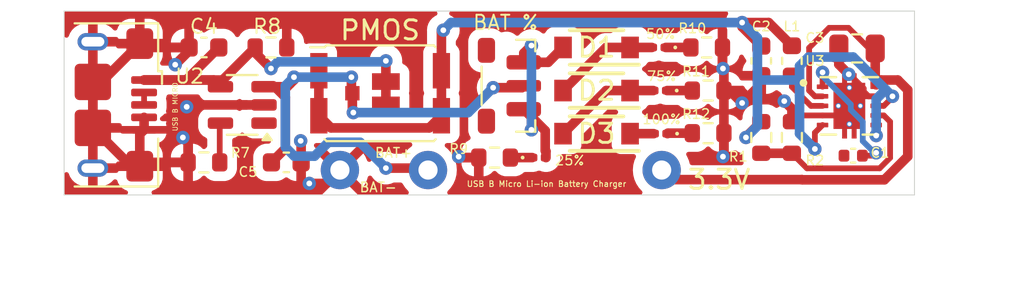
<source format=kicad_pcb>
(kicad_pcb (version 20240108) (generator "pcbnew") (generator_version "8.0")
  (layers (0 "F.Cu" signal) (31 "B.Cu" power) (34 "B.Paste" user) (35 "F.Paste" user) (36 "B.SilkS" user "B.Silkscreen") (37 "F.SilkS" user "F.Silkscreen") (38 "B.Mask" user) (39 "F.Mask" user) (44 "Edge.Cuts" user))
  (net 0 "")
  (net 1 "Net-(U3-VAUX)")
  (net 2 "Net-(Q1-D)")
  (net 3 "3.3V_OUT")
  (net 4 "Net-(J1-VBUS)")
  (net 5 "Net-(Q1-S)")
  (net 6 "Net-(D5-K)")
  (net 7 "Net-(D6-K)")
  (net 8 "Net-(D7-K)")
  (net 9 "Net-(D8-K)")
  (net 10 "Net-(J1-D+)")
  (net 11 "Net-(U3-L)")
  (net 12 "Net-(U3-UVLO)")
  (net 13 "GND")
  (net 14 "Net-(U2-PROG)")
  (net 16 "Net-(D1-K)")
  (net 17 "Net-(D1-A)")
  (net 18 "Net-(D2-K)")
  (net 19 "Net-(D3-K)")
  (footprint "Library:SODFL3818X130N" (layer "F.Cu") (at 136 82.5 180)
    (property "Reference" "D1" (at 0 0 360) (layer "F.SilkS"))
    (property "Value" "1N4007")
    (fp_line (start -1.4 0.9) (end 1.4 0.9) (stroke (width 0.2)) (layer "F.SilkS"))
    (fp_line (start -2.21 -0.9) (end 1.4 -0.9) (stroke (width 0.2)) (layer "F.SilkS"))
    (pad "1" smd rect (at -1.75 0 180) (size 0.92 1.13) (layers "F.Cu" "F.Paste" "F.Mask") (net 16 "Net-(D1-K)"))
    (pad "2" smd rect (at 1.75 0 180) (size 0.92 1.13) (layers "F.Cu" "F.Paste" "F.Mask") (net 17 "Net-(D1-A)"))
  )
  (footprint "Inductor_SMD:L_0603_1608Metric" (layer "F.Cu") (at 146.2 83.2 -90)
    (property "Reference" "L1" (at -1.8 0 180) (layer "F.SilkS") (effects (font (size 0.5 0.5) (thickness 0.075))))
    (property "Value" "2.2uH")
    (fp_line (start -0.162779 0.51) (end 0.162779 0.51) (stroke (width 0.12)) (layer "F.SilkS"))
    (fp_line (start -0.162779 -0.51) (end 0.162779 -0.51) (stroke (width 0.12)) (layer "F.SilkS"))
    (pad "1" smd roundrect (at -0.7875 0 270) (size 0.875 0.95) (layers "F.Cu" "F.Paste" "F.Mask") (net 2 "Net-(Q1-D)"))
    (pad "2" smd roundrect (at 0.7875 0 270) (size 0.875 0.95) (layers "F.Cu" "F.Paste" "F.Mask") (net 11 "Net-(U3-L)"))
  )
  (footprint "Library:TPS61201DRC" (layer "F.Cu") (at 149.2 85.55)
    (property "Reference" "U3" (at -1.8 -2.35 0) (layer "F.SilkS") (effects (font (size 0.5 0.5) (thickness 0.075))))
    (property "Value" "TPS61201DRC")
    (fp_line (start -1.5 -1.5) (end -0.695 -1.5) (stroke (width 0.127)) (layer "F.SilkS"))
    (fp_line (start -1.5 1.5) (end -0.695 1.5) (stroke (width 0.127)) (layer "F.SilkS"))
    (fp_line (start 0.695 -1.5) (end 1.5 -1.5) (stroke (width 0.127)) (layer "F.SilkS"))
    (fp_line (start 0.695 1.5) (end 1.5 1.5) (stroke (width 0.127)) (layer "F.SilkS"))
    (fp_circle (center -2.395 -1.2) (end -2.295 -1.2) (stroke (width 0.2)) (fill none) (layer "F.SilkS"))
    (pad "1" smd roundrect (at -1.4 -1) (size 0.6 0.24) (layers "F.Cu" "F.Paste") (roundrect_rratio 0.125) (net 1 "Net-(U3-VAUX)"))
    (pad "2" smd roundrect (at -1.4 -0.5) (size 0.6 0.24) (layers "F.Cu" "F.Paste") (roundrect_rratio 0.125) (net 3 "3.3V_OUT"))
    (pad "3" smd roundrect (at -1.4 0) (size 0.6 0.24) (layers "F.Cu" "F.Paste") (roundrect_rratio 0.125) (net 11 "Net-(U3-L)"))
    (pad "4" smd roundrect (at -1.4 0.5) (size 0.6 0.24) (layers "F.Cu" "F.Paste") (roundrect_rratio 0.125) (net 13 "GND"))
    (pad "5" smd roundrect (at -1.4 1) (size 0.6 0.24) (layers "F.Cu" "F.Paste") (roundrect_rratio 0.125) (net 2 "Net-(Q1-D)"))
    (pad "6" smd roundrect (at 1.4 1) (size 0.6 0.24) (layers "F.Cu" "F.Paste") (roundrect_rratio 0.125) (net 2 "Net-(Q1-D)"))
    (pad "7" smd roundrect (at 1.4 0.5) (size 0.6 0.24) (layers "F.Cu" "F.Paste") (roundrect_rratio 0.125) (net 12 "Net-(U3-UVLO)"))
    (pad "8" smd roundrect (at 1.4 0) (size 0.6 0.24) (layers "F.Cu" "F.Paste") (roundrect_rratio 0.125) (net 2 "Net-(Q1-D)"))
    (pad "9" smd roundrect (at 1.4 -0.5) (size 0.6 0.24) (layers "F.Cu" "F.Paste") (roundrect_rratio 0.125) (net 13 "GND"))
    (pad "10" smd roundrect (at 1.4 -1) (size 0.6 0.24) (layers "F.Cu" "F.Paste") (roundrect_rratio 0.125) (net 3 "3.3V_OUT"))
    (pad "11" smd custom (at 0 0) (size 1.65 2.4) (layers "F.Cu") (net 13 "GND") (options (clearance outline) (anchor rect)) (primitives (gr_poly (pts (xy -0.825 -1.2) (xy -0.375 -1.2) (xy -0.375 -1.7) (xy -0.125 -1.7) (xy -0.125 -1.2) (xy 0.125 -1.2) (xy 0.125 -1.7) (xy 0.375 -1.7) (xy 0.375 -1.2) (xy 0.825 -1.2) (xy 0.825 1.2) (xy 0.375 1.2) (xy 0.375 1.7) (xy 0.125 1.7) (xy 0.125 1.2) (xy -0.125 1.2) (xy -0.125 1.7) (xy -0.375 1.7) (xy -0.375 1.2) (xy -0.825 1.2)) (width 0.01) (fill yes))))
    (pad "12" thru_hole circle (at 0 0.95) (size 0.3 0.3) (drill 0.2) (layers "*.Cu"))
    (pad "13" thru_hole circle (at -0.575 0) (size 0.3 0.3) (drill 0.2) (layers "*.Cu"))
    (pad "14" thru_hole circle (at 0.575 0) (size 0.3 0.3) (drill 0.2) (layers "*.Cu"))
    (pad "15" thru_hole circle (at 0 -0.95) (size 0.3 0.3) (drill 0.2) (layers "*.Cu"))
  )
  (footprint "Resistor_SMD:R_0603_1608Metric" (layer "F.Cu") (at 115.5 88.5 180)
    (property "Reference" "R7" (at -1.9 0.5 0) (layer "F.SilkS") (effects (font (size 0.5 0.5) (thickness 0.075))))
    (property "Value" "10k")
    (fp_line (start -0.237258 0.5225) (end 0.237258 0.5225) (stroke (width 0.12)) (layer "F.SilkS"))
    (fp_line (start -0.237258 -0.5225) (end 0.237258 -0.5225) (stroke (width 0.12)) (layer "F.SilkS"))
    (pad "1" smd roundrect (at -0.825 0 180) (size 0.8 0.95) (layers "F.Cu" "F.Paste" "F.Mask") (net 14 "Net-(U2-PROG)"))
    (pad "2" smd roundrect (at 0.825 0 180) (size 0.8 0.95) (layers "F.Cu" "F.Paste" "F.Mask") (net 13 "GND"))
  )
  (footprint "Resistor_SMD:R_0603_1608Metric" (layer "F.Cu") (at 144.6 87.2 -90)
    (property "Reference" "R1" (at 1 1.2 180) (layer "F.SilkS") (effects (font (size 0.5 0.5) (thickness 0.075))))
    (property "Value" "2M")
    (fp_line (start -0.237258 0.5225) (end 0.237258 0.5225) (stroke (width 0.12)) (layer "F.SilkS"))
    (fp_line (start -0.237258 -0.5225) (end 0.237258 -0.5225) (stroke (width 0.12)) (layer "F.SilkS"))
    (pad "1" smd roundrect (at -0.825 0 270) (size 0.8 0.95) (layers "F.Cu" "F.Paste" "F.Mask") (net 2 "Net-(Q1-D)"))
    (pad "2" smd roundrect (at 0.825 0 270) (size 0.8 0.95) (layers "F.Cu" "F.Paste" "F.Mask") (net 12 "Net-(U3-UVLO)"))
  )
  (footprint "Resistor_SMD:R_0603_1608Metric" (layer "F.Cu") (at 141.825 84.75)
    (property "Reference" "R11" (at -0.625 -1 0) (layer "F.SilkS") (effects (font (size 0.5 0.5) (thickness 0.075))))
    (property "Value" "100")
    (fp_line (start -0.237258 -0.5225) (end 0.237258 -0.5225) (stroke (width 0.12)) (layer "F.SilkS"))
    (fp_line (start -0.237258 0.5225) (end 0.237258 0.5225) (stroke (width 0.12)) (layer "F.SilkS"))
    (pad "1" smd roundrect (at -0.825 0) (size 0.8 0.95) (layers "F.Cu" "F.Paste" "F.Mask") (net 8 "Net-(D7-K)"))
    (pad "2" smd roundrect (at 0.825 0) (size 0.8 0.95) (layers "F.Cu" "F.Paste" "F.Mask") (net 13 "GND"))
  )
  (footprint "Capacitor_SMD:C_0603_1608Metric" (layer "F.Cu") (at 144.6 83.2 -90)
    (property "Reference" "C2" (at -1.8 0 180) (layer "F.SilkS") (effects (font (size 0.5 0.5) (thickness 0.075))))
    (property "Value" "4.7uF")
    (fp_line (start -0.14058 0.51) (end 0.14058 0.51) (stroke (width 0.12)) (layer "F.SilkS"))
    (fp_line (start -0.14058 -0.51) (end 0.14058 -0.51) (stroke (width 0.12)) (layer "F.SilkS"))
    (pad "1" smd roundrect (at -0.775 0 270) (size 0.9 0.95) (layers "F.Cu" "F.Paste" "F.Mask") (net 2 "Net-(Q1-D)"))
    (pad "2" smd roundrect (at 0.775 0 270) (size 0.9 0.95) (layers "F.Cu" "F.Paste" "F.Mask") (net 13 "GND"))
  )
  (footprint "Capacitor_SMD:C_0603_1608Metric" (layer "F.Cu") (at 119.8 88.5)
    (property "Reference" "C5" (at -2 0.5 180) (layer "F.SilkS") (effects (font (size 0.5 0.5) (thickness 0.075))))
    (property "Value" "4.7uF")
    (fp_line (start -0.14058 -0.51) (end 0.14058 -0.51) (stroke (width 0.12)) (layer "F.SilkS"))
    (fp_line (start -0.14058 0.51) (end 0.14058 0.51) (stroke (width 0.12)) (layer "F.SilkS"))
    (pad "1" smd roundrect (at -0.775 0) (size 0.9 0.95) (layers "F.Cu" "F.Paste" "F.Mask") (net 5 "Net-(Q1-S)"))
    (pad "2" smd roundrect (at 0.775 0) (size 0.9 0.95) (layers "F.Cu" "F.Paste" "F.Mask") (net 13 "GND"))
  )
  (footprint "Library:NPTH 1mm" (layer "F.Cu") (at 139.4 92.4)
    (property "Reference" "3.3V" (at 3 -3 0) (layer "F.SilkS"))
    (property "Value" "NPTH 1mm")
    (pad "" thru_hole circle (at 0 -3.5) (size 2 2) (drill 1) (layers "*.Cu" "*.Mask") (net 3 "3.3V_OUT"))
  )
  (footprint "Resistor_SMD:R_0603_1608Metric" (layer "F.Cu") (at 141.825 86.975)
    (property "Reference" "R12" (at -0.625 -1 0) (layer "F.SilkS") (effects (font (size 0.5 0.5) (thickness 0.075))))
    (property "Value" "100")
    (fp_line (start -0.237258 -0.5225) (end 0.237258 -0.5225) (stroke (width 0.12)) (layer "F.SilkS"))
    (fp_line (start -0.237258 0.5225) (end 0.237258 0.5225) (stroke (width 0.12)) (layer "F.SilkS"))
    (pad "1" smd roundrect (at -0.825 0) (size 0.8 0.95) (layers "F.Cu" "F.Paste" "F.Mask") (net 9 "Net-(D8-K)"))
    (pad "2" smd roundrect (at 0.825 0) (size 0.8 0.95) (layers "F.Cu" "F.Paste" "F.Mask") (net 13 "GND"))
  )
  (footprint "Resistor_SMD:R_0603_1608Metric" (layer "F.Cu") (at 130.675 88.25 180)
    (property "Reference" "R9" (at 1.875 0.45 0) (layer "F.SilkS") (effects (font (size 0.5 0.5) (thickness 0.075))))
    (property "Value" "100")
    (fp_line (start -0.237258 0.5225) (end 0.237258 0.5225) (stroke (width 0.12)) (layer "F.SilkS"))
    (fp_line (start -0.237258 -0.5225) (end 0.237258 -0.5225) (stroke (width 0.12)) (layer "F.SilkS"))
    (pad "1" smd roundrect (at -0.825 0 180) (size 0.8 0.95) (layers "F.Cu" "F.Paste" "F.Mask") (net 6 "Net-(D5-K)"))
    (pad "2" smd roundrect (at 0.825 0 180) (size 0.8 0.95) (layers "F.Cu" "F.Paste" "F.Mask") (net 13 "GND"))
  )
  (footprint "Library:NPTH 1mm" (layer "F.Cu") (at 127.2 92.4)
    (property "Reference" "BAT+" (at -1.8 -4.4 0) (layer "F.SilkS") (effects (font (size 0.5 0.5) (thickness 0.075))))
    (property "Value" "NPTH 1mm")
    (pad "" thru_hole circle (at 0 -3.5) (size 2 2) (drill 1) (layers "*.Cu" "*.Mask") (net 5 "Net-(Q1-S)"))
  )
  (footprint "Library:SODFL3818X130N" (layer "F.Cu") (at 136 87 180)
    (property "Reference" "D3" (at 0 0 360) (layer "F.SilkS"))
    (property "Value" "1N4007")
    (fp_line (start -1.4 0.9) (end 1.4 0.9) (stroke (width 0.2)) (layer "F.SilkS"))
    (fp_line (start -2.21 -0.9) (end 1.4 -0.9) (stroke (width 0.2)) (layer "F.SilkS"))
    (pad "1" smd rect (at -1.75 0 180) (size 0.92 1.13) (layers "F.Cu" "F.Paste" "F.Mask") (net 19 "Net-(D3-K)"))
    (pad "2" smd rect (at 1.75 0 180) (size 0.92 1.13) (layers "F.Cu" "F.Paste" "F.Mask") (net 18 "Net-(D2-K)"))
  )
  (footprint "Capacitor_SMD:C_0603_1608Metric" (layer "F.Cu") (at 115.5 82.5 180)
    (property "Reference" "C4" (at 0 1.1 180) (layer "F.SilkS") (effects (font (size 0.75 0.75) (thickness 0.1))))
    (property "Value" "4.7uF")
    (fp_line (start -0.14058 0.51) (end 0.14058 0.51) (stroke (width 0.12)) (layer "F.SilkS"))
    (fp_line (start -0.14058 -0.51) (end 0.14058 -0.51) (stroke (width 0.12)) (layer "F.SilkS"))
    (pad "1" smd roundrect (at -0.775 0 180) (size 0.9 0.95) (layers "F.Cu" "F.Paste" "F.Mask") (net 4 "Net-(J1-VBUS)"))
    (pad "2" smd roundrect (at 0.775 0 180) (size 0.9 0.95) (layers "F.Cu" "F.Paste" "F.Mask") (net 13 "GND"))
  )
  (footprint "LED_SMD:LED_0201_0603Metric" (layer "F.Cu") (at 139.345 87 180)
    (property "Reference" "100%" (at -0.055 0.75 0) (layer "F.SilkS") (effects (font (size 0.5 0.5) (thickness 0.07))))
    (property "Value" "GREEN")
    (fp_circle (center -0.86 0) (end -0.81 0) (stroke (width 0.1)) (fill none) (layer "F.SilkS"))
    (pad "1" smd roundrect (at -0.32 0 180) (size 0.46 0.4) (layers "F.Cu" "F.Mask") (net 9 "Net-(D8-K)"))
    (pad "2" smd roundrect (at 0.32 0 180) (size 0.46 0.4) (layers "F.Cu" "F.Mask") (net 19 "Net-(D3-K)"))
  )
  (footprint "Library:SODFL3818X130N" (layer "F.Cu") (at 136 84.75 180)
    (property "Reference" "D2" (at 0 0 360) (layer "F.SilkS"))
    (property "Value" "1N4007")
    (fp_line (start -1.4 0.9) (end 1.4 0.9) (stroke (width 0.2)) (layer "F.SilkS"))
    (fp_line (start -2.21 -0.9) (end 1.4 -0.9) (stroke (width 0.2)) (layer "F.SilkS"))
    (pad "1" smd rect (at -1.75 0 180) (size 0.92 1.13) (layers "F.Cu" "F.Paste" "F.Mask") (net 18 "Net-(D2-K)"))
    (pad "2" smd rect (at 1.75 0 180) (size 0.92 1.13) (layers "F.Cu" "F.Paste" "F.Mask") (net 16 "Net-(D1-K)"))
  )
  (footprint "Button_Switch_SMD:SW_Push_1P1T-MP_NO_Horizontal_Alps_SKRTLAE010" (layer "F.Cu") (at 131.3 84.5 -90)
    (property "Reference" "BAT %" (at -3.3 0.05 0) (layer "F.SilkS") (effects (font (size 0.75 0.75) (thickness 0.1))))
    (property "Value" "SW_Push")
    (fp_line (start -1 1.3) (end 1 1.3) (stroke (width 0.12)) (layer "F.SilkS"))
    (fp_line (start -2.4 -1.5) (end -2.4 -0.5) (stroke (width 0.12)) (layer "F.SilkS"))
    (fp_line (start -1.8 -1.5) (end -2.4 -1.5) (stroke (width 0.12)) (layer "F.SilkS"))
    (fp_line (start 1.8 -1.5) (end 2.4 -1.5) (stroke (width 0.12)) (layer "F.SilkS"))
    (fp_line (start 2.4 -1.5) (end 2.4 -0.5) (stroke (width 0.12)) (layer "F.SilkS"))
    (pad "" np_thru_hole circle (at -2.125 0 270) (size 0.9 0.9) (drill 0.9) (layers "*.Cu" "*.Mask"))
    (pad "" np_thru_hole circle (at 2.125 0 270) (size 0.9 0.9) (drill 0.9) (layers "*.Cu" "*.Mask"))
    (pad "1" smd roundrect (at -1.225 -0.9 270) (size 0.75 1.8) (layers "F.Cu" "F.Paste" "F.Mask") (net 17 "Net-(D1-A)"))
    (pad "1" smd roundrect (at 1.225 -0.9 270) (size 0.75 1.8) (layers "F.Cu" "F.Paste" "F.Mask") (net 17 "Net-(D1-A)"))
    (pad "2" smd roundrect (at 0 -0.9 270) (size 0.6 1.8) (layers "F.Cu" "F.Paste" "F.Mask") (net 5 "Net-(Q1-S)"))
    (pad "MP" smd roundrect (at -1.85 1.05 270) (size 1.3 0.9) (layers "F.Cu" "F.Paste" "F.Mask"))
    (pad "MP" smd roundrect (at 1.85 1.05 270) (size 1.3 0.9) (layers "F.Cu" "F.Paste" "F.Mask"))
  )
  (footprint "Capacitor_SMD:C_0805_2012Metric" (layer "F.Cu") (at 149.6 82.55 180)
    (property "Reference" "C3" (at 2.2 0.55 180) (layer "F.SilkS") (effects (font (size 0.5 0.5) (thickness 0.075))))
    (property "Value" "22uF")
    (fp_line (start -0.261252 0.735) (end 0.261252 0.735) (stroke (width 0.12)) (layer "F.SilkS"))
    (fp_line (start -0.261252 -0.735) (end 0.261252 -0.735) (stroke (width 0.12)) (layer "F.SilkS"))
    (pad "1" smd roundrect (at -0.95 0 180) (size 1 1.45) (layers "F.Cu" "F.Paste" "F.Mask") (net 3 "3.3V_OUT"))
    (pad "2" smd roundrect (at 0.95 0 180) (size 1 1.45) (layers "F.Cu" "F.Paste" "F.Mask") (net 13 "GND"))
  )
  (footprint "Library:NPTH 1mm" (layer "F.Cu") (at 122.6 92.4)
    (property "Reference" "BAT-" (at 2 -2.6 0) (layer "F.SilkS") (effects (font (size 0.5 0.5) (thickness 0.075))))
    (property "Value" "NPTH 1mm")
    (pad "" thru_hole circle (at 0 -3.5) (size 2 2) (drill 1) (layers "*.Cu" "*.Mask") (net 13 "GND"))
  )
  (footprint "Resistor_SMD:R_0603_1608Metric" (layer "F.Cu") (at 146.2 87.2 90)
    (property "Reference" "R2" (at -1.2 1.2 0) (layer "F.SilkS") (effects (font (size 0.5 0.5) (thickness 0.075))))
    (property "Value" "180k")
    (fp_line (start -0.237258 -0.5225) (end 0.237258 -0.5225) (stroke (width 0.12)) (layer "F.SilkS"))
    (fp_line (start -0.237258 0.5225) (end 0.237258 0.5225) (stroke (width 0.12)) (layer "F.SilkS"))
    (pad "1" smd roundrect (at -0.825 0 90) (size 0.8 0.95) (layers "F.Cu" "F.Paste" "F.Mask") (net 12 "Net-(U3-UVLO)"))
    (pad "2" smd roundrect (at 0.825 0 90) (size 0.8 0.95) (layers "F.Cu" "F.Paste" "F.Mask") (net 13 "GND"))
  )
  (footprint "Package_DirectFET:DirectFET_MX" (layer "F.Cu") (at 124.7 84.89)
    (property "Reference" "PMOS" (at 0 -3.29 0) (layer "F.SilkS"))
    (property "Value" "Q_PMOS_DSG")
    (fp_line (start -3.65 -2.4) (end -2.9 -2.4) (stroke (width 0.12)) (layer "F.SilkS"))
    (fp_line (start -2.9 -2.4) (end -2.8 -2.5) (stroke (width 0.12)) (layer "F.SilkS"))
    (fp_line (start -2.8 -2.5) (end 2.8 -2.5) (stroke (width 0.12)) (layer "F.SilkS"))
    (fp_line (start -2.8 2.5) (end -2.9 2.4) (stroke (width 0.12)) (layer "F.SilkS"))
    (fp_line (start 2.8 -2.5) (end 2.9 -2.4) (stroke (width 0.12)) (layer "F.SilkS"))
    (fp_line (start 2.8 2.5) (end -2.8 2.5) (stroke (width 0.12)) (layer "F.SilkS"))
    (fp_line (start 2.9 2.4) (end 2.8 2.5) (stroke (width 0.12)) (layer "F.SilkS"))
    (pad "1" smd rect (at -3.2 -1.175) (size 0.9 1.85) (layers "F.Cu" "F.Paste" "F.Mask") (net 2 "Net-(Q1-D)"))
    (pad "1" smd rect (at -3.2 1.175) (size 0.9 1.85) (layers "F.Cu" "F.Paste" "F.Mask") (net 2 "Net-(Q1-D)"))
    (pad "1" smd rect (at 3.2 -1.175) (size 0.9 1.85) (layers "F.Cu" "F.Paste" "F.Mask") (net 2 "Net-(Q1-D)"))
    (pad "1" smd rect (at 3.2 1.175) (size 0.9 1.85) (layers "F.Cu" "F.Paste" "F.Mask") (net 2 "Net-(Q1-D)"))
    (pad "2" smd rect (at -1.45 0) (size 0.75 0.75) (layers "F.Cu" "F.Paste" "F.Mask") (net 5 "Net-(Q1-S)"))
    (pad "3" smd rect (at 0.3 -0.61) (size 1.45 0.87) (layers "F.Cu" "F.Paste" "F.Mask") (net 4 "Net-(J1-VBUS)"))
    (pad "3" smd rect (at 0.3 0.61) (size 1.45 0.87) (layers "F.Cu" "F.Paste" "F.Mask") (net 4 "Net-(J1-VBUS)"))
  )
  (footprint "LED_SMD:LED_0201_0603Metric" (layer "F.Cu") (at 139.25 82.5 180)
    (property "Reference" "50%" (at -0.1 0.7 0) (layer "F.SilkS") (effects (font (size 0.5 0.5) (thickness 0.07))))
    (property "Value" "ORANGE")
    (fp_circle (center -0.86 0) (end -0.81 0) (stroke (width 0.1)) (fill none) (layer "F.SilkS"))
    (pad "1" smd roundrect (at -0.32 0 180) (size 0.46 0.4) (layers "F.Cu" "F.Mask") (net 7 "Net-(D6-K)"))
    (pad "2" smd roundrect (at 0.32 0 180) (size 0.46 0.4) (layers "F.Cu" "F.Mask") (net 16 "Net-(D1-K)"))
  )
  (footprint "Resistor_SMD:R_0603_1608Metric" (layer "F.Cu") (at 119 82.5)
    (property "Reference" "R8" (at -0.2 -1.1 180) (layer "F.SilkS") (effects (font (size 0.75 0.75) (thickness 0.1))))
    (property "Value" "10k")
    (fp_line (start -0.237258 -0.5225) (end 0.237258 -0.5225) (stroke (width 0.12)) (layer "F.SilkS"))
    (fp_line (start -0.237258 0.5225) (end 0.237258 0.5225) (stroke (width 0.12)) (layer "F.SilkS"))
    (pad "1" smd roundrect (at -0.825 0) (size 0.8 0.95) (layers "F.Cu" "F.Paste" "F.Mask") (net 4 "Net-(J1-VBUS)"))
    (pad "2" smd roundrect (at 0.825 0) (size 0.8 0.95) (layers "F.Cu" "F.Paste" "F.Mask") (net 13 "GND"))
  )
  (footprint "LED_SMD:LED_0201_0603Metric" (layer "F.Cu") (at 133 88.25)
    (property "Reference" "25%" (at 1.6 0.15 0) (layer "F.SilkS") (effects (font (size 0.5 0.5) (thickness 0.07))))
    (property "Value" "RED")
    (fp_circle (center -0.86 0) (end -0.81 0) (stroke (width 0.1)) (fill none) (layer "F.SilkS"))
    (pad "1" smd roundrect (at -0.32 0) (size 0.46 0.4) (layers "F.Cu" "F.Mask") (net 6 "Net-(D5-K)"))
    (pad "2" smd roundrect (at 0.32 0) (size 0.46 0.4) (layers "F.Cu" "F.Mask") (net 17 "Net-(D1-A)"))
  )
  (footprint "Connector_USB:USB_Micro-B_Amphenol_10118193-0001LF_Horizontal" (layer "F.Cu") (at 109.7 85.5 -90)
    (property "Reference" "USB B MICRO" (at 0.1 -4.3 90) (layer "F.SilkS") (effects (font (size 0.25 0.25) (thickness 0.0375))))
    (property "Value" "USB_B_Micro")
    (fp_line (start -4.26 -3.41) (end -4.26 0.95) (stroke (width 0.12)) (layer "F.SilkS"))
    (fp_line (start -4.26 -3.41) (end -1.76 -3.41) (stroke (width 0.12)) (layer "F.SilkS"))
    (fp_line (start -1.76 -3.41) (end -1.76 -3.61) (stroke (width 0.12)) (layer "F.SilkS"))
    (fp_line (start 1.76 -3.41) (end 4.26 -3.41) (stroke (width 0.12)) (layer "F.SilkS"))
    (fp_line (start 4.26 -3.41) (end 4.26 0.95) (stroke (width 0.12)) (layer "F.SilkS"))
    (fp_line (start -1.1 -3.61) (end -1.76 -3.61) (stroke (width 0.12)) (layer "F.SilkS"))
    (pad "1" smd roundrect (at -1.3 -2.675 270) (size 0.4 1.35) (layers "F.Cu" "F.Paste" "F.Mask") (net 4 "Net-(J1-VBUS)"))
    (pad "2" smd roundrect (at -0.65 -2.675 270) (size 0.4 1.35) (layers "F.Cu" "F.Paste" "F.Mask") (net 10 "Net-(J1-D+)"))
    (pad "3" smd roundrect (at 0 -2.675 270) (size 0.4 1.35) (layers "F.Cu" "F.Paste" "F.Mask") (net 10 "Net-(J1-D+)"))
    (pad "4" smd roundrect (at 0.65 -2.675 270) (size 0.4 1.35) (layers "F.Cu" "F.Paste" "F.Mask") (net 13 "GND"))
    (pad "5" smd roundrect (at 1.3 -2.675 270) (size 0.4 1.35) (layers "F.Cu" "F.Paste" "F.Mask") (net 13 "GND"))
    (pad "6" thru_hole oval (at -3.3 0) (size 1.6 0.9) (drill oval 1.2 0.5) (layers "*.Cu" "*.Mask" "F.Paste") (net 13 "GND"))
    (pad "6" smd roundrect (at -3.2 -2.45 270) (size 1.6 1.4) (layers "F.Cu" "F.Paste" "F.Mask") (roundrect_rratio 0.1785714286) (net 13 "GND"))
    (pad "6" smd roundrect (at -1.2 0 270) (size 1.9 1.9) (layers "F.Cu" "F.Paste" "F.Mask") (roundrect_rratio 0.1315789474) (net 13 "GND"))
    (pad "6" smd roundrect (at 1.2 0 270) (size 1.9 1.9) (layers "F.Cu" "F.Paste" "F.Mask") (roundrect_rratio 0.1315789474) (net 13 "GND"))
    (pad "6" smd roundrect (at 3.2 -2.45 270) (size 1.6 1.4) (layers "F.Cu" "F.Paste" "F.Mask") (roundrect_rratio 0.1785714286) (net 13 "GND"))
    (pad "6" thru_hole oval (at 3.3 0) (size 1.6 0.9) (drill oval 1.2 0.5) (layers "*.Cu" "*.Mask" "F.Paste") (net 13 "GND"))
  )
  (footprint "Package_TO_SOT_SMD:SOT-23-5" (layer "F.Cu") (at 117.5 85.5 180)
    (property "Reference" "U2" (at 2.75 1.5 0) (layer "F.SilkS") (effects (font (size 0.75 0.75) (thickness 0.1))))
    (property "Value" "MCP73831-2-OT")
    (fp_line (start 0 1.56) (end 0.8 1.56) (stroke (width 0.12)) (layer "F.SilkS"))
    (fp_line (start 0 1.56) (end -0.8 1.56) (stroke (width 0.12)) (layer "F.SilkS"))
    (fp_line (start 0 -1.56) (end 0.8 -1.56) (stroke (width 0.12)) (layer "F.SilkS"))
    (fp_line (start 0 -1.56) (end -0.8 -1.56) (stroke (width 0.12)) (layer "F.SilkS"))
    (fp_poly (pts (xy -1.3 -1.51) (xy -1.54 -1.84) (xy -1.06 -1.84) (xy -1.3 -1.51)) (stroke (width 0.12)) (fill solid) (layer "F.SilkS"))
    (pad "1" smd roundrect (at -1.1375 -0.95 180) (size 1.325 0.6) (layers "F.Cu" "F.Paste" "F.Mask"))
    (pad "2" smd roundrect (at -1.1375 0 180) (size 1.325 0.6) (layers "F.Cu" "F.Paste" "F.Mask") (net 13 "GND"))
    (pad "3" smd roundrect (at -1.1375 0.95 180) (size 1.325 0.6) (layers "F.Cu" "F.Paste" "F.Mask") (net 5 "Net-(Q1-S)"))
    (pad "4" smd roundrect (at 1.1375 0.95 180) (size 1.325 0.6) (layers "F.Cu" "F.Paste" "F.Mask") (net 4 "Net-(J1-VBUS)"))
    (pad "5" smd roundrect (at 1.1375 -0.95 180) (size 1.325 0.6) (layers "F.Cu" "F.Paste" "F.Mask") (net 14 "Net-(U2-PROG)"))
  )
  (footprint "Resistor_SMD:R_0603_1608Metric" (layer "F.Cu") (at 141.75 82.5)
    (property "Reference" "R10" (at -0.75 -1 0) (layer "F.SilkS") (effects (font (size 0.5 0.5) (thickness 0.075))))
    (property "Value" "100")
    (fp_line (start -0.237258 -0.5225) (end 0.237258 -0.5225) (stroke (width 0.12)) (layer "F.SilkS"))
    (fp_line (start -0.237258 0.5225) (end 0.237258 0.5225) (stroke (width 0.12)) (layer "F.SilkS"))
    (pad "1" smd roundrect (at -0.825 0) (size 0.8 0.95) (layers "F.Cu" "F.Paste" "F.Mask") (net 7 "Net-(D6-K)"))
    (pad "2" smd roundrect (at 0.825 0) (size 0.8 0.95) (layers "F.Cu" "F.Paste" "F.Mask") (net 13 "GND"))
  )
  (footprint "Capacitor_SMD:C_0402_1005Metric" (layer "F.Cu") (at 149.4 88.15 180)
    (property "Reference" "C1" (at -1.4 0.15 0) (layer "F.SilkS") (effects (font (size 0.5 0.5) (thickness 0.075))))
    (property "Value" "1uF")
    (fp_line (start -0.107836 0.36) (end 0.107836 0.36) (stroke (width 0.12)) (layer "F.SilkS"))
    (fp_line (start -0.107836 -0.36) (end 0.107836 -0.36) (stroke (width 0.12)) (layer "F.SilkS"))
    (pad "1" smd roundrect (at -0.48 0 180) (size 0.56 0.62) (layers "F.Cu" "F.Paste" "F.Mask") (net 1 "Net-(U3-VAUX)"))
    (pad "2" smd roundrect (at 0.48 0 180) (size 0.56 0.62) (layers "F.Cu" "F.Paste" "F.Mask") (net 13 "GND"))
  )
  (footprint "LED_SMD:LED_0201_0603Metric" (layer "F.Cu") (at 139.325 84.75 180)
    (property "Reference" "75%" (at -0.075 0.75 0) (layer "F.SilkS") (effects (font (size 0.5 0.5) (thickness 0.07))))
    (property "Value" "YELLOW")
    (fp_circle (center -0.86 0) (end -0.81 0) (stroke (width 0.1)) (fill none) (layer "F.SilkS"))
    (pad "1" smd roundrect (at -0.32 0 180) (size 0.46 0.4) (layers "F.Cu" "F.Mask") (net 8 "Net-(D7-K)"))
    (pad "2" smd roundrect (at 0.32 0 180) (size 0.46 0.4) (layers "F.Cu" "F.Mask") (net 18 "Net-(D2-K)"))
  )
  (gr_line (start 152.6 80.6) (end 108.2 80.6) (stroke (width 0.05)) (layer "Edge.Cuts"))
  (gr_line (start 108.2 80.6) (end 108.2 90.2) (stroke (width 0.05)) (layer "Edge.Cuts"))
  (gr_line (start 108.2 90.2) (end 152.6 90.2) (stroke (width 0.05)) (layer "Edge.Cuts"))
  (gr_line (start 152.6 90.2) (end 152.6 80.6) (stroke (width 0.05)) (layer "Edge.Cuts"))
  (gr_text "USB B Micro Li-ion Battery Charger" (at 129.2 89.8 0) (layer "F.SilkS") (effects (font (size 0.3 0.3) (thickness 0.05) (bold yes)) (justify left bottom)))
  (segment (start 150.45 88.15) (end 150.6 88) (width 0.3) (layer "F.Cu") (net 1))
  (segment (start 149.88 88.15) (end 150.45 88.15) (width 0.3) (layer "F.Cu") (net 1))
  (segment (start 147.8 83.8) (end 147.8 84.55) (width 0.3) (layer "F.Cu") (net 1))
  (via (at 147.8 83.8) (size 0.7) (drill 0.3) (layers "F.Cu" "B.Cu") (net 1))
  (via (at 150.6 88) (size 0.7) (drill 0.3) (layers "F.Cu" "B.Cu") (net 1))
  (segment (start 149.275 85.475) (end 147.8 84) (width 0.3) (layer "B.Cu") (net 1))
  (segment (start 149.9 86.382107) (end 149.275 85.757107) (width 0.3) (layer "B.Cu") (net 1))
  (segment (start 149.275 85.757107) (end 149.275 85.475) (width 0.3) (layer "B.Cu") (net 1))
  (segment (start 150.6 88) (end 150.510053 88) (width 0.3) (layer "B.Cu") (net 1))
  (segment (start 150.510053 88) (end 149.9 87.389947) (width 0.3) (layer "B.Cu") (net 1))
  (segment (start 149.9 87.389947) (end 149.9 86.382107) (width 0.3) (layer "B.Cu") (net 1))
  (segment (start 147.8 84) (end 147.8 83.8) (width 0.3) (layer "B.Cu") (net 1))
  (segment (start 151.45 85.098232) (end 150.998232 85.55) (width 0.3) (layer "F.Cu") (net 2))
  (segment (start 143.6 81.2) (end 143.6 81.425) (width 0.5) (layer "F.Cu") (net 2))
  (segment (start 143.6 81.2) (end 144.9875 81.2) (width 0.5) (layer "F.Cu") (net 2))
  (segment (start 151.45 85.051348) (end 151.45 85.098232) (width 0.3) (layer "F.Cu") (net 2))
  (segment (start 150.998232 85.55) (end 150.6 85.55) (width 0.3) (layer "F.Cu") (net 2))
  (segment (start 127.9 86.065) (end 127.9 83.715) (width 0.5) (layer "F.Cu") (net 2))
  (segment (start 147.4 87.8) (end 147.4 86.95) (width 0.3) (layer "F.Cu") (net 2))
  (segment (start 143.8 87.2) (end 143.8 87.175) (width 0.5) (layer "F.Cu") (net 2))
  (segment (start 147.4 86.95) (end 147.8 86.55) (width 0.3) (layer "F.Cu") (net 2))
  (segment (start 121.5 86.065) (end 121.5 83.715) (width 0.5) (layer "F.Cu") (net 2))
  (segment (start 144.9875 81.2) (end 146.2 82.4125) (width 0.5) (layer "F.Cu") (net 2))
  (segment (start 143.6 81.425) (end 144.6 82.425) (width 0.5) (layer "F.Cu") (net 2))
  (segment (start 150.6 87.099997) (end 150.6 86.55) (width 0.3) (layer "F.Cu") (net 2))
  (segment (start 143.8 87.175) (end 144.6 86.375) (width 0.5) (layer "F.Cu") (net 2))
  (segment (start 122.135 86.7) (end 127.265 86.7) (width 0.5) (layer "F.Cu") (net 2))
  (segment (start 127.9 81.7) (end 128 81.6) (width 0.5) (layer "F.Cu") (net 2))
  (segment (start 127.9 83.715) (end 127.9 81.7) (width 0.5) (layer "F.Cu") (net 2))
  (segment (start 121.5 86.065) (end 122.135 86.7) (width 0.5) (layer "F.Cu") (net 2))
  (segment (start 127.265 86.7) (end 127.9 86.065) (width 0.5) (layer "F.Cu") (net 2))
  (via (at 143.8 87.2) (size 0.7) (drill 0.3) (layers "F.Cu" "B.Cu") (net 2))
  (via (at 143.6 81.2) (size 0.7) (drill 0.3) (layers "F.Cu" "B.Cu") (net 2))
  (via (at 150.6 87.099997) (size 0.7) (drill 0.3) (layers "F.Cu" "B.Cu") (net 2))
  (via (at 147.4 87.8) (size 0.7) (drill 0.3) (layers "F.Cu" "B.Cu") (net 2))
  (via (at 151.45 85.051348) (size 0.7) (drill 0.3) (layers "F.Cu" "B.Cu") (net 2))
  (via (at 128 81.6) (size 0.7) (drill 0.3) (layers "F.Cu" "B.Cu") (net 2))
  (segment (start 147.068629 83) (end 149.398652 83) (width 0.5) (layer "B.Cu") (net 2))
  (segment (start 144.4 84.2) (end 146.6 84.2) (width 0.5) (layer "B.Cu") (net 2))
  (segment (start 150.6 85.2) (end 150.6 87.099997) (width 0.5) (layer "B.Cu") (net 2))
  (segment (start 151.099326 84.700674) (end 150.6 85.2) (width 0.5) (layer "B.Cu") (net 2))
  (segment (start 128.4 81.2) (end 143.6 81.2) (width 0.5) (layer "B.Cu") (net 2))
  (segment (start 144.4 86.6) (end 143.8 87.2) (width 0.5) (layer "B.Cu") (net 2))
  (segment (start 144.4 85) (end 144.4 86.6) (width 0.5) (layer "B.Cu") (net 2))
  (segment (start 143.6 81.2) (end 144.4 82) (width 0.5) (layer "B.Cu") (net 2))
  (segment (start 149.398652 83) (end 151.099326 84.700674) (width 0.5) (layer "B.Cu") (net 2))
  (segment (start 146.6 85) (end 146.6 83.468629) (width 0.5) (layer "B.Cu") (net 2))
  (segment (start 146.6 87) (end 147.4 87.8) (width 0.5) (layer "B.Cu") (net 2))
  (segment (start 146.6 83.468629) (end 147.068629 83) (width 0.5) (layer "B.Cu") (net 2))
  (segment (start 144.4 82) (end 144.4 85) (width 0.5) (layer "B.Cu") (net 2))
  (segment (start 146.6 85) (end 146.6 87) (width 0.5) (layer "B.Cu") (net 2))
  (segment (start 128 81.6) (end 128.4 81.2) (width 0.5) (layer "B.Cu") (net 2))
  (segment (start 151.099326 84.700674) (end 151.45 85.051348) (width 0.5) (layer "B.Cu") (net 2))
  (segment (start 152.25 84.719977) (end 151.730023 84.2) (width 0.5) (layer "F.Cu") (net 3))
  (segment (start 146.736472 89.41) (end 151.028478 89.41) (width 0.5) (layer "F.Cu") (net 3))
  (segment (start 149.155456 81.475) (end 150.6 82.919544) (width 0.3) (layer "F.Cu") (net 3))
  (segment (start 147.8 85.05) (end 147.401768 85.05) (width 0.3) (layer "F.Cu") (net 3))
  (segment (start 152.25 88.188478) (end 152.25 84.719977) (width 0.5) (layer "F.Cu") (net 3))
  (segment (start 139.4 88.9) (end 139.9 89.4) (width 0.5) (layer "F.Cu") (net 3))
  (segment (start 147.1 84.748232) (end 147.1 82.519544) (width 0.3) (layer "F.Cu") (net 3))
  (segment (start 150.85 84.2) (end 150.6 84.45) (width 0.5) (layer "F.Cu") (net 3))
  (segment (start 146.726472 89.4) (end 146.736472 89.41) (width 0.5) (layer "F.Cu") (net 3))
  (segment (start 151.028478 89.41) (end 152.25 88.188478) (width 0.5) (layer "F.Cu") (net 3))
  (segment (start 147.401768 85.05) (end 147.1 84.748232) (width 0.3) (layer "F.Cu") (net 3))
  (segment (start 147.1 82.519544) (end 148.144544 81.475) (width 0.3) (layer "F.Cu") (net 3))
  (segment (start 151.730023 84.2) (end 150.85 84.2) (width 0.5) (layer "F.Cu") (net 3))
  (segment (start 148.144544 81.475) (end 149.155456 81.475) (width 0.3) (layer "F.Cu") (net 3))
  (segment (start 150.6 84.45) (end 150.55 84.4) (width 0.5) (layer "F.Cu") (net 3))
  (segment (start 150.55 84.4) (end 150.55 82.55) (width 0.5) (layer "F.Cu") (net 3))
  (segment (start 139.9 89.4) (end 146.726472 89.4) (width 0.5) (layer "F.Cu") (net 3))
  (segment (start 112.375 84.2) (end 116.475 84.2) (width 0.5) (layer "F.Cu") (net 4))
  (segment (start 116.475 84.2) (end 118.175 82.5) (width 0.5) (layer "F.Cu") (net 4))
  (segment (start 125 83.2) (end 125 84.28) (width 0.5) (layer "F.Cu") (net 4))
  (segment (start 112.375 84.2) (end 114.575 84.2) (width 0.5) (layer "F.Cu") (net 4))
  (segment (start 125 84.28) (end 125 85.5) (width 0.5) (layer "F.Cu") (net 4))
  (segment (start 116.275 84.4625) (end 116.3625 84.55) (width 0.3) (layer "F.Cu") (net 4))
  (segment (start 118.175 82.5) (end 118.175 82.775) (width 0.5) (layer "F.Cu") (net 4))
  (segment (start 118.175 82.775) (end 119 83.6) (width 0.5) (layer "F.Cu") (net 4))
  (segment (start 116.0125 84.2) (end 116.3625 84.55) (width 0.5) (layer "F.Cu") (net 4))
  (segment (start 112.375 84.2) (end 116.0125 84.2) (width 0.5) (layer "F.Cu") (net 4))
  (segment (start 114.575 84.2) (end 116.275 82.5) (width 0.5) (layer "F.Cu") (net 4))
  (via (at 119 83.6) (size 0.7) (drill 0.3) (layers "F.Cu" "B.Cu") (net 4))
  (via (at 125 83.2) (size 0.7) (drill 0.3) (layers "F.Cu" "B.Cu") (net 4))
  (segment (start 119 83.6) (end 119.35 83.25) (width 0.5) (layer "B.Cu") (net 4))
  (segment (start 124.95 83.25) (end 125 83.2) (width 0.5) (layer "B.Cu") (net 4))
  (segment (start 119.35 83.25) (end 124.95 83.25) (width 0.5) (layer "B.Cu") (net 4))
  (segment (start 119.85 84.55) (end 120 84.4) (width 0.5) (layer "F.Cu") (net 5))
  (segment (start 127.1 88.8) (end 127.2 88.9) (width 0.5) (layer "F.Cu") (net 5))
  (segment (start 118.6375 84.55) (end 119.202684 84.55) (width 0.5) (layer "F.Cu") (net 5))
  (segment (start 120.2 84.2) (end 120.2 84.05) (width 0.5) (layer "F.Cu") (net 5))
  (segment (start 123.2 84.84) (end 123.25 84.89) (width 0.5) (layer "F.Cu") (net 5))
  (segment (start 123.25 85.85) (end 123.3 85.9) (width 0.5) (layer "F.Cu") (net 5))
  (segment (start 132.1 84.6) (end 132.2 84.5) (width 0.5) (layer "F.Cu") (net 5))
  (segment (start 123.25 84.89) (end 123.25 85.85) (width 0.5) (layer "F.Cu") (net 5))
  (segment (start 123.2 84.05) (end 123.2 84.84) (width 0.5) (layer "F.Cu") (net 5))
  (segment (start 125 88.8) (end 127.1 88.8) (width 0.5) (layer "F.Cu") (net 5))
  (segment (start 119.202684 84.55) (end 119.75 85.097316) (width 0.5) (layer "F.Cu") (net 5))
  (segment (start 119.75 87.775) (end 119.025 88.5) (width 0.5) (layer "F.Cu") (net 5))
  (segment (start 130.6 84.6) (end 132.1 84.6) (width 0.5) (layer "F.Cu") (net 5))
  (segment (start 118.6375 84.55) (end 119.85 84.55) (width 0.5) (layer "F.Cu") (net 5))
  (segment (start 119.75 85.097316) (end 119.75 87.775) (width 0.5) (layer "F.Cu") (net 5))
  (segment (start 120 84.4) (end 120.2 84.2) (width 0.5) (layer "F.Cu") (net 5))
  (via (at 125 88.8) (size 0.7) (drill 0.3) (layers "F.Cu" "B.Cu") (net 5))
  (via (at 123.2 84.05) (size 0.7) (drill 0.3) (layers "F.Cu" "B.Cu") (net 5))
  (via (at 123.3 85.9) (size 0.7) (drill 0.3) (layers "F.Cu" "B.Cu") (net 5))
  (via (at 130.6 84.6) (size 0.7) (drill 0.3) (layers "F.Cu" "B.Cu") (net 5))
  (via (at 120.2 84.05) (size 0.7) (drill 0.3) (layers "F.Cu" "B.Cu") (net 5))
  (segment (start 119.75 84.5) (end 119.75 87.706593) (width 0.5) (layer "B.Cu") (net 5))
  (segment (start 123.3 85.9) (end 129.3 85.9) (width 0.5) (layer "B.Cu") (net 5))
  (segment (start 119.75 87.706593) (end 120.218629 88.175222) (width 0.5) (layer "B.Cu") (net 5))
  (segment (start 120.218629 88.175222) (end 121.274168 88.175222) (width 0.5) (layer "B.Cu") (net 5))
  (segment (start 120.2 84.05) (end 119.75 84.5) (width 0.5) (layer "B.Cu") (net 5))
  (segment (start 123.65 87.45) (end 125 88.8) (width 0.5) (layer "B.Cu") (net 5))
  (segment (start 120.2 84.05) (end 123.2 84.05) (width 0.5) (layer "B.Cu") (net 5))
  (segment (start 121.274168 88.175222) (end 121.99939 87.45) (width 0.5) (layer "B.Cu") (net 5))
  (segment (start 129.3 85.9) (end 130.6 84.6) (width 0.5) (layer "B.Cu") (net 5))
  (segment (start 121.99939 87.45) (end 123.65 87.45) (width 0.5) (layer "B.Cu") (net 5))
  (segment (start 131.5 88.25) (end 132.64 88.25) (width 0.5) (layer "F.Cu") (net 6))
  (segment (start 140.925 82.5) (end 139.61 82.5) (width 0.5) (layer "F.Cu") (net 7))
  (segment (start 141 84.75) (end 139.685 84.75) (width 0.5) (layer "F.Cu") (net 8))
  (segment (start 139.73 86.975) (end 139.705 87) (width 0.5) (layer "F.Cu") (net 9))
  (segment (start 141 86.975) (end 139.73 86.975) (width 0.5) (layer "F.Cu") (net 9))
  (segment (start 112.375 84.85) (end 112.375 85.5) (width 0.3) (layer "F.Cu") (net 10))
  (segment (start 146.2 84.555339) (end 147.194661 85.55) (width 0.3) (layer "F.Cu") (net 11))
  (segment (start 147.194661 85.55) (end 147.8 85.55) (width 0.3) (layer "F.Cu") (net 11))
  (segment (start 146.2 83.9875) (end 146.2 84.555339) (width 0.3) (layer "F.Cu") (net 11))
  (segment (start 146.985 88.81) (end 150.77995 88.81) (width 0.3) (layer "F.Cu") (net 12))
  (segment (start 144.6 88.025) (end 146.2 88.025) (width 0.5) (layer "F.Cu") (net 12))
  (segment (start 151 86.05) (end 150.6 86.05) (width 0.3) (layer "F.Cu") (net 12))
  (segment (start 151.327669 86.377669) (end 151 86.05) (width 0.3) (layer "F.Cu") (net 12))
  (segment (start 150.77995 88.81) (end 151.327669 88.262281) (width 0.3) (layer "F.Cu") (net 12))
  (segment (start 146.2 88.025) (end 146.985 88.81) (width 0.3) (layer "F.Cu") (net 12))
  (segment (start 151.327669 88.262281) (end 151.327669 86.377669) (width 0.3) (layer "F.Cu") (net 12))
  (segment (start 110.15 84.3) (end 112.15 82.3) (width 0.5) (layer "F.Cu") (net 13))
  (segment (start 114.7 85.5) (end 114.6 85.6) (width 0.5) (layer "F.Cu") (net 13))
  (segment (start 112.375 86.8) (end 112.375 86.15) (width 0.5) (layer "F.Cu") (net 13))
  (segment (start 114.725 82.5) (end 112.35 82.5) (width 0.5) (layer "F.Cu") (net 13))
  (segment (start 112.15 88.7) (end 111.7 88.7) (width 0.5) (layer "F.Cu") (net 13))
  (segment (start 144.6 84.4) (end 143.6 85.4) (width 0.5) (layer "F.Cu") (net 13))
  (segment (start 142.65 88.15) (end 142.6 88.2) (width 0.5) (layer "F.Cu") (net 13))
  (segment (start 148.65 83.382719) (end 149.168013 83.900732) (width 0.5) (layer "F.Cu") (net 13))
  (segment (start 114.725 82.675) (end 114 83.4) (width 0.5) (layer "F.Cu") (net 13))
  (segment (start 112.15 88.7) (end 112.15 87.025) (width 0.5) (layer "F.Cu") (net 13))
  (segment (start 114.675 88.5) (end 114.675 87.475) (width 0.5) (layer "F.Cu") (net 13))
  (segment (start 114.675 88.5) (end 112.35 88.5) (width 0.5) (layer "F.Cu") (net 13))
  (segment (start 129.85 88.25) (end 128.85 88.25) (width 0.5) (layer "F.Cu") (net 13))
  (segment (start 112.35 88.5) (end 112.15 88.7) (width 0.5) (layer "F.Cu") (net 13))
  (segment (start 118.6375 85.5) (end 114.7 85.5) (width 0.5) (layer "F.Cu") (net 13))
  (segment (start 146.2 85.700518) (end 145.8 85.300518) (width 0.5) (layer "F.Cu") (net 13))
  (segment (start 142.65 84.75) (end 142.95 84.75) (width 0.5) (layer "F.Cu") (net 13))
  (segment (start 120.575 87.400222) (end 120.55 87.375222) (width 0.5) (layer "F.Cu") (net 13))
  (segment (start 120.575 88.5) (end 120.575 87.400222) (width 0.5) (layer "F.Cu") (net 13))
  (segment (start 146.2 86.375) (end 146.2 85.700518) (width 0.5) (layer "F.Cu") (net 13))
  (segment (start 142.575 83.575) (end 142.6 83.6) (width 0.5) (layer "F.Cu") (net 13))
  (segment (start 121 89.6) (end 121.9 89.6) (width 0.5) (layer "F.Cu") (net 13))
  (segment (start 147.8 86.05) (end 146.525 86.05) (width 0.3) (layer "F.Cu") (net 13))
  (segment (start 111.7 88.7) (end 109.7 86.7) (width 0.5) (layer "F.Cu") (net 13))
  (segment (start 149.207839 83.900732) (end 149.168013 83.900732) (width 0.3) (layer "F.Cu") (net 13))
  (segment (start 144.6 83.975) (end 144.6 84.4) (width 0.5) (layer "F.Cu") (net 13))
  (segment (start 147.8 86.05) (end 148.832107 86.05) (width 0.3) (layer "F.Cu") (net 13))
  (segment (start 149.2 85.417893) (end 149.567893 85.05) (width 0.3) (layer "F.Cu") (net 13))
  (segment (start 148.832107 86.05) (end 149.2 85.682107) (width 0.3) (layer "F.Cu") (net 13))
  (segment (start 121.9 89.6) (end 122.6 88.9) (width 0.5) (layer "F.Cu") (net 13))
  (segment (start 112.35 82.5) (end 112.15 82.3) (width 0.5) (layer "F.Cu") (net 13))
  (segment (start 149.567893 85.05) (end 150.6 85.05) (width 0.3) (layer "F.Cu") (net 13))
  (segment (start 128.85 88.25) (end 128.8 88.2) (width 0.5) (layer "F.Cu") (net 13))
  (segment (start 114.675 87.475) (end 114.4 87.2) (width 0.5) (layer "F.Cu") (net 13))
  (segment (start 150.6 85.05) (end 150.201768 85.05) (width 0.3) (layer "F.Cu") (net 13))
  (segment (start 148.65 82.55) (end 148.65 83.382719) (width 0.5) (layer "F.Cu") (net 13))
  (segment (start 112.15 87.025) (end 112.375 86.8) (width 0.5) (layer "F.Cu") (net 13))
  (segment (start 142.575 82.5) (end 142.575 83.575) (width 0.5) (layer "F.Cu") (net 13))
  (segment (start 114.725 82.5) (end 114.725 82.675) (width 0.5) (layer "F.Cu") (net 13))
  (segment (start 109.7 84.3) (end 109.7 86.7) (width 0.5) (layer "F.Cu") (net 13))
  (segment (start 109.7 84.3) (end 110.15 84.3) (width 0.5) (layer "F.Cu") (net 13))
  (segment (start 149.95 84.642893) (end 149.207839 83.900732) (width 0.3) (layer "F.Cu") (net 13))
  (segment (start 149.2 85.682107) (end 149.2 85.417893) (width 0.3) (layer "F.Cu") (net 13))
  (segment (start 149.95 84.798232) (end 149.95 84.642893) (width 0.3) (layer "F.Cu") (net 13))
  (segment (start 150.201768 85.05) (end 149.95 84.798232) (width 0.3) (layer "F.Cu") (net 13))
  (segment (start 142.95 84.75) (end 143.6 85.4) (width 0.5) (layer "F.Cu") (net 13))
  (segment (start 142.65 86.975) (end 142.65 88.15) (width 0.5) (layer "F.Cu") (net 13))
  (segment (start 146.525 86.05) (end 146.2 86.375) (width 0.3) (layer "F.Cu") (net 13))
  (via (at 114.4 87.2) (size 0.7) (drill 0.3) (layers "F.Cu" "B.Cu") (net 13))
  (via (at 149.168013 83.900732) (size 0.7) (drill 0.3) (layers "F.Cu" "B.Cu") (net 13))
  (via (at 145.8 85.300518) (size 0.7) (drill 0.3) (layers "F.Cu" "B.Cu") (net 13))
  (via (at 120.55 87.375222) (size 0.7) (drill 0.3) (layers "F.Cu" "B.Cu") (net 13))
  (via (at 142.6 83.6) (size 0.7) (drill 0.3) (layers "F.Cu" "B.Cu") (net 13))
  (via (at 143.6 85.4) (size 0.7) (drill 0.3) (layers "F.Cu" "B.Cu") (net 13))
  (via (at 142.6 88.2) (size 0.7) (drill 0.3) (layers "F.Cu" "B.Cu") (net 13))
  (via (at 114 83.4) (size 0.7) (drill 0.3) (layers "F.Cu" "B.Cu") (net 13))
  (via (at 128.8 88.2) (size 0.7) (drill 0.3) (layers "F.Cu" "B.Cu") (net 13))
  (via (at 114.6 85.6) (size 0.7) (drill 0.3) (layers "F.Cu" "B.Cu") (net 13))
  (via (at 121 89.6) (size 0.7) (drill 0.3) (layers "F.Cu" "B.Cu") (net 13))
  (segment (start 116.325 86.4875) (end 116.3625 86.45) (width 0.3) (layer "F.Cu") (net 14))
  (segment (start 116.325 88.5) (end 116.325 86.4875) (width 0.3) (layer "F.Cu") (net 14))
  (segment (start 137.75 82.5) (end 136.5 82.5) (width 0.5) (layer "F.Cu") (net 16))
  (segment (start 137.75 82.5) (end 138.89 82.5) (width 0.5) (layer "F.Cu") (net 16))
  (segment (start 136.5 82.5) (end 134.25 84.75) (width 0.5) (layer "F.Cu") (net 16))
  (segment (start 133.32 86.845) (end 133.32 87.879412) (width 0.5) (layer "F.Cu") (net 17))
  (segment (start 132.2 83.275) (end 133.475 83.275) (width 0.5) (layer "F.Cu") (net 17))
  (segment (start 133.475 83.275) (end 134.25 82.5) (width 0.5) (layer "F.Cu") (net 17))
  (segment (start 132.2 82.8) (end 132.6 82.4) (width 0.5) (layer "F.Cu") (net 17))
  (segment (start 132.6 86.125) (end 132.2 85.725) (width 0.5) (layer "F.Cu") (net 17))
  (segment (start 132.6 86.8) (end 132.6 86.125) (width 0.5) (layer "F.Cu") (net 17))
  (segment (start 133.32 87.879412) (end 133.36 87.919412) (width 0.5) (layer "F.Cu") (net 17))
  (segment (start 132.2 85.725) (end 133.32 86.845) (width 0.5) (layer "F.Cu") (net 17))
  (segment (start 132.2 83.275) (end 132.2 82.8) (width 0.5) (layer "F.Cu") (net 17))
  (segment (start 133.36 87.919412) (end 133.36 88.25) (width 0.5) (layer "F.Cu") (net 17))
  (via (at 132.6 82.4) (size 0.7) (drill 0.3) (layers "F.Cu" "B.Cu") (net 17))
  (via (at 132.6 86.8) (size 0.7) (drill 0.3) (layers "F.Cu" "B.Cu") (net 17))
  (segment (start 132.6 82.4) (end 132.6 86.8) (width 0.5) (layer "B.Cu") (net 17))
  (segment (start 137.75 84.75) (end 136.5 84.75) (width 0.5) (layer "F.Cu") (net 18))
  (segment (start 137.75 84.75) (end 138.965 84.75) (width 0.5) (layer "F.Cu") (net 18))
  (segment (start 136.5 84.75) (end 134.25 87) (width 0.5) (layer "F.Cu") (net 18))
  (segment (start 137.75 87) (end 138.985 87) (width 0.5) (layer "F.Cu") (net 19))
  (zone (net 13) (net_name "GND") (layer "F.Cu") (connect_pads (clearance 0.5)) (min_thickness 0.25) (fill yes (thermal_gap 0.5) (thermal_bridge_width 0.5))
    (polygon (pts (xy 106 90.2) (xy 106 80.6) (xy 151.6 80.6) (xy 151.6 90.2)))
  )
)
</source>
